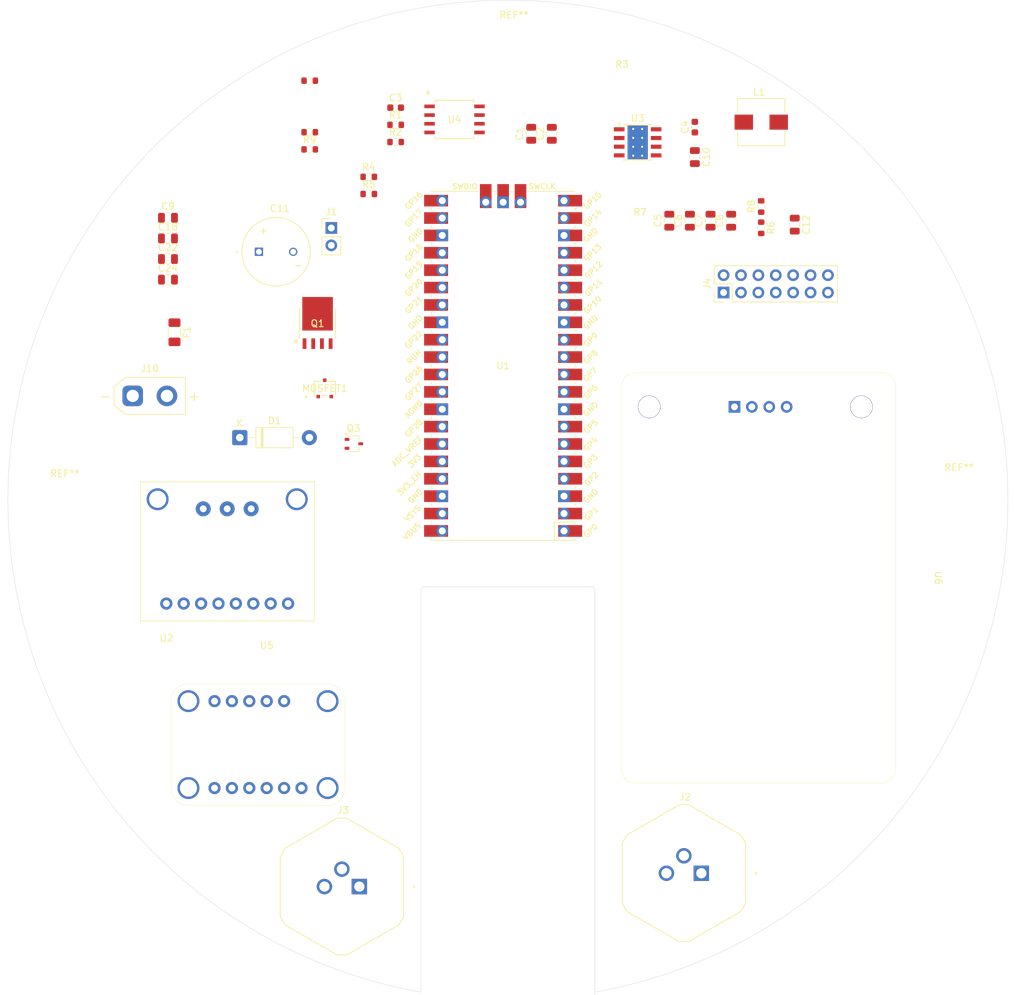
<source format=kicad_pcb>
(kicad_pcb (version 20241229) (generator "pcbnew") (generator_version "9.0")
  (layers (0 "F.Cu" signal) (2 "B.Cu" signal) (13 "F.Paste" user) (15 "B.Paste" user) (5 "F.SilkS" user "F.Silkscreen") (7 "B.SilkS" user "B.Silkscreen") (1 "F.Mask" user) (3 "B.Mask" user) (25 "Edge.Cuts" user))
  (net 0 "")
  (net 1 "GND")
  (net 2 "11.1V")
  (net 3 "+3.3V")
  (net 4 "Net-(U3-SW)")
  (net 5 "Net-(U3-BOOT)")
  (net 6 "+5V")
  (net 7 "Net-(C9-Pad2)")
  (net 8 "Net-(U3-VCC)")
  (net 9 "Net-(U3-FB)")
  (net 10 "Net-(J2-Pin_1)")
  (net 11 "Net-(D1-K)")
  (net 12 "Net-(J10-Pin_2)")
  (net 13 "Net-(J1-Pin_1)")
  (net 14 "Net-(J1-Pin_2)")
  (net 15 "Net-(J2-Pin_3)")
  (net 16 "Net-(J3-Pin_3)")
  (net 17 "/GPIO10 (SCK_TCIC)")
  (net 18 "/GPIO8 (MISO_TCIC)")
  (net 19 "/GPIO5 (CS_ADC)")
  (net 20 "/GPIO12 (CS (N2O)")
  (net 21 "/GPIO7 (MOSI_ADC)")
  (net 22 "/GPIO13 (CS Chamber Shell_2)")
  (net 23 "/GPIO4 (MISO_ADC)")
  (net 24 "/GPIO9 (CS Chamber Shell_1)")
  (net 25 "/GPIO6 (SCK_ADC)")
  (net 26 "Net-(MOSFET1-Pad1)")
  (net 27 "Net-(Q1-G)")
  (net 28 "/GPIO20 (LED_FET)")
  (net 29 "/GPIO0 (Servo_PWR_Switch)")
  (net 30 "/GPIO17 (CS)")
  (net 31 "/GPIO26 (IMU_SDA)")
  (net 32 "/GPIO19 (MOSI)")
  (net 34 "/GPIO18 (SCK)")
  (net 36 "/GPIO27 (IMU_SCL)")
  (net 39 "/GPIO16 (MISO)")
  (net 43 "/GPIO0 (UART_TX)")
  (net 45 "/GPIO1 (UART_RX)")
  (net 46 "/GPIO12 (CS (N2O))")
  (net 47 "/GPIO15_(SCL_INA237)")
  (net 49 "/GPIO14_(SDA_INA237)")
  (net 67 "Net-(Q3-B)")
  (footprint "Capacitor_SMD:C_0805_2012Metric" (layer "F.Cu") (at 101.55 55)
    (property "Reference" "C22" (at 0 -1.68 0) (layer "F.SilkS"))
    (property "Value" "10u")
    (pad "1" smd roundrect (at -0.95 0) (size 1 1.45) (layers "F.Cu" "F.Mask" "F.Paste") (net 10 "Net-(J2-Pin_1)"))
    (pad "2" smd roundrect (at 0.95 0) (size 1 1.45) (layers "F.Cu" "F.Mask" "F.Paste") (net 1 "GND"))
  )
  (footprint "Fuse:Fuse_1206_3216Metric" (layer "F.Cu") (at 102.5 65.7 -90)
    (property "Reference" "F1" (at 0 -1.83 90) (layer "F.SilkS"))
    (property "Value" "Fuse")
    (pad "1" smd roundrect (at -1.4 0 270) (size 1.25 1.75) (layers "F.Cu" "F.Mask" "F.Paste") (roundrect_rratio 0.2) (net 7 "Net-(C9-Pad2)"))
    (pad "2" smd roundrect (at 1.4 0 270) (size 1.25 1.75) (layers "F.Cu" "F.Mask" "F.Paste") (roundrect_rratio 0.2) (net 12 "Net-(J10-Pin_2)"))
  )
  (footprint "Resistor_SMD:R_0603_1608Metric" (layer "F.Cu") (at 130.875 42.99)
    (property "Reference" "R4" (at 0 -1.43 0) (layer "F.SilkS"))
    (property "Value" "100")
    (pad "1" smd roundrect (at -0.825 0) (size 0.8 0.95) (layers "F.Cu" "F.Mask" "F.Paste") (net 28 "/GPIO20 (LED_FET)"))
    (pad "2" smd roundrect (at 0.825 0) (size 0.8 0.95) (layers "F.Cu" "F.Mask" "F.Paste") (net 26 "Net-(MOSFET1-Pad1)"))
  )
  (footprint "EEUFC1H151B:CAPPRD500W60D1000H1600" (layer "F.Cu") (at 117.3379 53.9437)
    (property "Reference" "C11" (at 0.55 -6.335 0) (layer "F.SilkS"))
    (property "Value" "150u")
    (fp_text user "-" (at 2.54 2.54 0) (layer "F.SilkS") (effects (justify left bottom)))
    (fp_text user "+" (at -2.54 -2.54 0) (layer "F.SilkS") (effects (justify left bottom)))
    (pad "1" thru_hole rect (at -2.5 0) (size 1.2 1.2) (drill 0.85) (layers "*.Cu" "*.Mask") (net 2 "11.1V"))
    (pad "2" thru_hole circle (at 2.5 0) (size 1.2 1.2) (drill 0.85) (layers "*.Cu" "*.Mask") (net 1 "GND"))
  )
  (footprint "BUK6Y33-60PX:LFPAK_SOT669_NEX" (layer "F.Cu") (at 123.4 64.4224)
    (property "Reference" "Q1" (at 0 0 0) (layer "F.SilkS"))
    (property "Value" "BUK6Y33-60PX")
    (fp_text user "*" (at -3.175 2.9464 0) (layer "F.SilkS"))
    (fp_text user "*" (at -3.175 2.9464 0) (layer "F.SilkS"))
    (pad "1" smd rect (at -1.905 2.9464) (size 0.5588 1.5494) (layers "F.Cu" "F.Mask" "F.Paste") (net 2 "11.1V"))
    (pad "2" smd rect (at -0.635 2.9464) (size 0.5588 1.5494) (layers "F.Cu" "F.Mask" "F.Paste") (net 2 "11.1V"))
    (pad "3" smd rect (at 0.635 2.9464) (size 0.5588 1.5494) (layers "F.Cu" "F.Mask" "F.Paste") (net 2 "11.1V"))
    (pad "4" smd rect (at 1.905 2.9464) (size 0.5588 1.5494) (layers "F.Cu" "F.Mask" "F.Paste") (net 27 "Net-(Q1-G)"))
    (pad "5" smd rect (at 0 -1.4224) (size 4.4704 4.9022) (layers "F.Cu" "F.Mask" "F.Paste") (net 10 "Net-(J2-Pin_1)"))
  )
  (footprint "Capacitor_SMD:C_0805_2012Metric" (layer "F.Cu") (at 180.79 49.4 90)
    (property "Reference" "C7" (at 0 -1.68 90) (layer "F.SilkS"))
    (property "Value" "22 uF")
    (pad "1" smd roundrect (at -0.95 0 90) (size 1 1.45) (layers "F.Cu" "F.Mask" "F.Paste") (net 6 "+5V"))
    (pad "2" smd roundrect (at 0.95 0 90) (size 1 1.45) (layers "F.Cu" "F.Mask" "F.Paste") (net 1 "GND"))
  )
  (footprint "Capacitor_SMD:C_0805_2012Metric" (layer "F.Cu") (at 174.77 49.4 90)
    (property "Reference" "C5" (at 0 -1.68 90) (layer "F.SilkS"))
    (property "Value" "22 uF")
    (pad "1" smd roundrect (at -0.95 0 90) (size 1 1.45) (layers "F.Cu" "F.Mask" "F.Paste") (net 6 "+5V"))
    (pad "2" smd roundrect (at 0.95 0 90) (size 1 1.45) (layers "F.Cu" "F.Mask" "F.Paste") (net 1 "GND"))
  )
  (footprint "Resistor_SMD:R_0603_1608Metric" (layer "F.Cu") (at 130.875 45.5)
    (property "Reference" "R5" (at 0 -1.43 0) (layer "F.SilkS"))
    (property "Value" "1k")
    (pad "1" smd roundrect (at -0.825 0) (size 0.8 0.95) (layers "F.Cu" "F.Mask" "F.Paste") (net 13 "Net-(J1-Pin_1)"))
    (pad "2" smd roundrect (at 0.825 0) (size 0.8 0.95) (layers "F.Cu" "F.Mask" "F.Paste") (net 2 "11.1V"))
  )
  (footprint "Capacitor_SMD:C_0805_2012Metric" (layer "F.Cu") (at 101.55 51.99)
    (property "Reference" "C18" (at 0 -1.68 0) (layer "F.SilkS"))
    (property "Value" "10u")
    (pad "1" smd roundrect (at -0.95 0) (size 1 1.45) (layers "F.Cu" "F.Mask" "F.Paste") (net 10 "Net-(J2-Pin_1)"))
    (pad "2" smd roundrect (at 0.95 0) (size 1 1.45) (layers "F.Cu" "F.Mask" "F.Paste") (net 1 "GND"))
  )
  (footprint "Capacitor_SMD:C_0805_2012Metric" (layer "F.Cu") (at 101.55 58.01)
    (property "Reference" "C24" (at 0 -1.68 0) (layer "F.SilkS"))
    (property "Value" "10u")
    (pad "1" smd roundrect (at -0.95 0) (size 1 1.45) (layers "F.Cu" "F.Mask" "F.Paste") (net 11 "Net-(D1-K)"))
    (pad "2" smd roundrect (at 0.95 0) (size 1 1.45) (layers "F.Cu" "F.Mask" "F.Paste") (net 1 "GND"))
  )
  (footprint "Capacitor_SMD:C_0805_2012Metric" (layer "F.Cu") (at 178.5 40.1 -90)
    (property "Reference" "C10" (at 0 -1.68 90) (layer "F.SilkS"))
    (property "Value" "1u")
    (pad "1" smd roundrect (at -0.95 0 270) (size 1 1.45) (layers "F.Cu" "F.Mask" "F.Paste") (net 8 "Net-(U3-VCC)"))
    (pad "2" smd roundrect (at 0.95 0 270) (size 1 1.45) (layers "F.Cu" "F.Mask" "F.Paste") (net 1 "GND"))
  )
  (footprint "54-00440:TENSILITY_54-00440" (layer "F.Cu") (at 126.95 146.7)
    (property "Reference" "J3" (at 0.175 -11.135 0) (layer "F.SilkS"))
    (property "Value" "Fuel Main")
    (pad "1" thru_hole rect (at 2.55 0) (size 2.25 2.25) (drill 1.5) (layers "*.Cu" "*.Mask") (net 10 "Net-(J2-Pin_1)"))
    (pad "2" thru_hole circle (at 0 -2.55) (size 2.25 2.25) (drill 1.5) (layers "*.Cu" "*.Mask") (net 1 "GND"))
    (pad "3" thru_hole circle (at -2.55 0) (size 2.25 2.25) (drill 1.5) (layers "*.Cu" "*.Mask") (net 16 "Net-(J3-Pin_3)"))
  )
  (footprint "SSM3K2615R_LF:SOT-23F_TOS" (layer "F.Cu") (at 124.449999 73.9062)
    (property "Reference" "MOSFET1" (at 0 0 0) (layer "F.SilkS"))
    (property "Value" "SSM3K2615R_LF")
    (pad "1" smd rect (at -0.950001 1.1938) (size 0.508 0.508) (layers "F.Cu" "F.Mask" "F.Paste") (net 26 "Net-(MOSFET1-Pad1)"))
    (pad "2" smd rect (at 0.950001 1.1938) (size 0.508 0.508) (layers "F.Cu" "F.Mask" "F.Paste") (net 1 "GND"))
    (pad "3" smd rect (at 0 -1.1938) (size 0.508 0.508) (layers "F.Cu" "F.Mask" "F.Paste") (net 14 "Net-(J1-Pin_2)"))
  )
  (footprint "MountingHole:MountingHole_3.2mm_M3" (layer "F.Cu") (at 152.1 23.5)
    (property "Reference" "REF**" (at 0 -4.15 0) (layer "F.SilkS"))
    (property "Value" "MountingHole_3.2mm_M3")
    (pad "" np_thru_hole circle (at 0 0) (size 3.2 3.2) (drill 3.2) (layers "*.Cu" "*.Mask"))
  )
  (footprint "Resistor_SMD:R_0603_1608Metric" (layer "F.Cu") (at 134.8 37.9)
    (property "Reference" "R2" (at 0 -1.43 0) (layer "F.SilkS"))
    (property "Value" "10K")
    (pad "1" smd roundrect (at -0.825 0) (size 0.8 0.95) (layers "F.Cu" "F.Mask" "F.Paste") (net 26 "Net-(MOSFET1-Pad1)"))
    (pad "2" smd roundrect (at 0.825 0) (size 0.8 0.95) (layers "F.Cu" "F.Mask" "F.Paste") (net 1 "GND"))
  )
  (footprint "Capacitor_SMD:C_0805_2012Metric" (layer "F.Cu") (at 154.6 36.7 90)
    (property "Reference" "C1" (at 0 -1.68 90) (layer "F.SilkS"))
    (property "Value" "10u")
    (pad "1" smd roundrect (at -0.95 0 90) (size 1 1.45) (layers "F.Cu" "F.Mask" "F.Paste") (net 2 "11.1V"))
    (pad "2" smd roundrect (at 0.95 0 90) (size 1 1.45) (layers "F.Cu" "F.Mask" "F.Paste") (net 1 "GND"))
  )
  (footprint "Capacitor_SMD:C_0805_2012Metric" (layer "F.Cu") (at 183.8 49.4 90)
    (property "Reference" "C8" (at 0 -1.68 90) (layer "F.SilkS"))
    (property "Value" "22 uF")
    (pad "1" smd roundrect (at -0.95 0 90) (size 1 1.45) (layers "F.Cu" "F.Mask" "F.Paste") (net 6 "+5V"))
    (pad "2" smd roundrect (at 0.95 0 90) (size 1 1.45) (layers "F.Cu" "F.Mask" "F.Paste") (net 1 "GND"))
  )
  (footprint "Connector_AMASS:AMASS_XT30UPB-M_1x02_P5.0mm_Vertical" (layer "F.Cu") (at 96.4 75)
    (property "Reference" "J10" (at 2.5 -4 0) (layer "F.SilkS"))
    (property "Value" "Conn_01x02")
    (fp_text user "-" (at -4 0 0) (layer "F.SilkS") (effects (font (size 1.5 1.5))))
    (fp_text user "+" (at 9 0 0) (layer "F.SilkS") (effects (font (size 1.5 1.5))))
    (pad "1" thru_hole roundrect (at 0 0) (size 3 3) (drill 1.8) (layers "*.Cu" "*.Mask") (net 1 "GND"))
    (pad "2" thru_hole circle (at 5 0) (size 3 3) (drill 1.8) (layers "*.Cu" "*.Mask") (net 12 "Net-(J10-Pin_2)"))
  )
  (footprint "MountingHole:MountingHole_3.2mm_M3" (layer "F.Cu") (at 217.1 89.6)
    (property "Reference" "REF**" (at 0 -4.15 0) (layer "F.SilkS"))
    (property "Value" "MountingHole_3.2mm_M3")
    (pad "" np_thru_hole circle (at 0 0) (size 3.2 3.2) (drill 3.2) (layers "*.Cu" "*.Mask"))
  )
  (footprint "Connector_PinHeader_2.54mm:PinHeader_1x02_P2.54mm_Vertical" (layer "F.Cu") (at 125.4029 50.4637)
    (property "Reference" "J1" (at 0 -2.38 0) (layer "F.SilkS"))
    (property "Value" "LED Indicator Connector")
    (pad "1" thru_hole rect (at 0 0) (size 1.7 1.7) (drill 1) (layers "*.Cu" "*.Mask") (net 13 "Net-(J1-Pin_1)"))
    (pad "2" thru_hole circle (at 0 2.54) (size 1.7 1.7) (drill 1) (layers "*.Cu" "*.Mask") (net 14 "Net-(J1-Pin_2)"))
  )
  (footprint "CSBX0650-6R8M:IND_CSBX0650-6R8M" (layer "F.Cu") (at 188.2 35)
    (property "Reference" "L1" (at -0.325 -4.385 0) (layer "F.SilkS"))
    (property "Value" "6.8 uH")
    (pad "1" smd rect (at -2.55 0) (size 2.7 2.2) (layers "F.Cu" "F.Mask" "F.Paste") (net 4 "Net-(U3-SW)"))
    (pad "2" smd rect (at 2.55 0) (size 2.7 2.2) (layers "F.Cu" "F.Mask" "F.Paste") (net 6 "+5V"))
  )
  (footprint "Diode_THT:D_DO-41_SOD81_P10.16mm_Horizontal" (layer "F.Cu") (at 112.04 81.1)
    (property "Reference" "D1" (at 5.08 -2.47 0) (layer "F.SilkS"))
    (property "Value" "1N5817")
    (fp_text user "K" (at 0 -2.1 0) (layer "F.SilkS"))
    (pad "1" thru_hole roundrect (at 0 0) (size 2.2 2.2) (drill 1.1) (layers "*.Cu" "*.Mask") (roundrect_rratio 0.113636) (net 11 "Net-(D1-K)"))
    (pad "2" thru_hole circle (at 10.16 0) (size 2.2 2.2) (drill 1.1) (layers "*.Cu" "*.Mask") (net 6 "+5V"))
  )
  (footprint "Resistor_SMD:R_0603_1608Metric" (layer "F.Cu") (at 134.8 35.39)
    (property "Reference" "R1" (at 0 -1.43 0) (layer "F.SilkS"))
    (property "Value" "10K")
    (pad "1" smd roundrect (at -0.825 0) (size 0.8 0.95) (layers "F.Cu" "F.Mask" "F.Paste") (net 16 "Net-(J3-Pin_3)"))
    (pad "2" smd roundrect (at 0.825 0) (size 0.8 0.95) (layers "F.Cu" "F.Mask" "F.Paste") (net 1 "GND"))
  )
  (footprint "Resistor_SMD:R_0603_1608Metric" (layer "F.Cu") (at 122.25 36.47)
    (property "Reference" "R7" (at 48.245 11.695 0) (layer "F.SilkS"))
    (property "Value" "10K")
    (pad "1" smd roundrect (at -0.825 0) (size 0.8 0.95) (layers "F.Cu" "F.Mask" "F.Paste") (net 67 "Net-(Q3-B)"))
    (pad "2" smd roundrect (at 0.825 0) (size 0.8 0.95) (layers "F.Cu" "F.Mask" "F.Paste") (net 29 "/GPIO0 (Servo_PWR_Switch)"))
  )
  (footprint "Package_SO:Texas_HSOP-8-1EP_3.9x4.9mm_P1.27mm_ThermalVias" (layer "F.Cu") (at 170.15 37.95)
    (property "Reference" "U3" (at 0 -3.5 0) (layer "F.SilkS"))
    (property "Value" "LMR33640ADDAR")
    (pad "1" smd rect (at -2.7 -1.905) (size 1.55 0.6) (layers "F.Cu" "F.Mask" "F.Paste") (net 1 "GND"))
    (pad "2" smd rect (at -2.7 -0.635) (size 1.55 0.6) (layers "F.Cu" "F.Mask" "F.Paste") (net 2 "11.1V"))
    (pad "3" smd rect (at -2.7 0.635) (size 1.55 0.6) (layers "F.Cu" "F.Mask" "F.Paste") (net 2 "11.1V"))
    (pad "4" smd rect (at -2.7 1.905) (size 1.55 0.6) (layers "F.Cu" "F.Mask" "F.Paste"))
    (pad "5" smd rect (at 2.7 1.905) (size 1.55 0.6) (layers "F.Cu" "F.Mask" "F.Paste") (net 9 "Net-(U3-FB)"))
    (pad "6" smd rect (at 2.7 0.635) (size 1.55 0.6) (layers "F.Cu" "F.Mask" "F.Paste") (net 8 "Net-(U3-VCC)"))
    (pad "7" smd rect (at 2.7 -0.635) (size 1.55 0.6) (layers "F.Cu" "F.Mask" "F.Paste") (net 5 "Net-(U3-BOOT)"))
    (pad "8" smd rect (at 2.7 -1.905) (size 1.55 0.6) (layers "F.Cu" "F.Mask" "F.Paste") (net 4 "Net-(U3-SW)"))
    (pad "9" thru_hole circle (at -0.65 -1.95) (size 0.6 0.6) (drill 0.3) (layers "*.Cu") (net 1 "GND"))
    (pad "9" thru_hole circle (at -0.65 -0.65) (size 0.6 0.6) (drill 0.3) (layers "*.Cu") (net 1 "GND"))
    (pad "9" thru_hole circle (at -0.65 0.65) (size 0.6 0.6) (drill 0.3) (layers "*.Cu") (net 1 "GND"))
    (pad "9" thru_hole circle (at -0.65 1.95) (size 0.6 0.6) (drill 0.3) (layers "*.Cu") (net 1 "GND"))
    (pad "9" smd rect (at 0 0) (size 2.95 4.9) (layers "F.Cu") (net 1 "GND"))
    (pad "9" smd rect (at 0 0) (size 2.95 4.9) (layers "B.Cu") (net 1 "GND"))
    (pad "9" thru_hole circle (at 0.65 -1.95) (size 0.6 0.6) (drill 0.3) (layers "*.Cu") (net 1 "GND"))
    (pad "9" thru_hole circle (at 0.65 -0.65) (size 0.6 0.6) (drill 0.3) (layers "*.Cu") (net 1 "GND"))
    (pad "9" thru_hole circle (at 0.65 0.65) (size 0.6 0.6) (drill 0.3) (layers "*.Cu") (net 1 "GND"))
    (pad "9" thru_hole circle (at 0.65 1.95) (size 0.6 0.6) (drill 0.3) (layers "*.Cu") (net 1 "GND"))
  )
  (footprint "Capacitor_SMD:C_0805_2012Metric" (layer "F.Cu") (at 157.61 36.7 90)
    (property "Reference" "C2" (at 0 -1.68 90) (layer "F.SilkS"))
    (property "Value" "220n")
    (pad "1" smd roundrect (at -0.95 0 90) (size 1 1.45) (layers "F.Cu" "F.Mask" "F.Paste") (net 2 "11.1V"))
    (pad "2" smd roundrect (at 0.95 0 90) (size 1 1.45) (layers "F.Cu" "F.Mask" "F.Paste") (net 1 "GND"))
  )
  (footprint "Package_TO_SOT_SMD:SOT-323_SC-70" (layer "F.Cu") (at 128.7 82)
    (property "Reference" "Q3" (at -0.05 -2.25 0) (layer "F.SilkS"))
    (property "Value" "Q_NPN")
    (pad "1" smd roundrect (at -1 -0.65 270) (size 0.45 0.7) (layers "F.Cu" "F.Mask" "F.Paste") (net 67 "Net-(Q3-B)"))
    (pad "2" smd roundrect (at -1 0.65 270) (size 0.45 0.7) (layers "F.Cu" "F.Mask" "F.Paste") (net 1 "GND"))
    (pad "3" smd roundrect (at 1 0 270) (size 0.45 0.7) (layers "F.Cu" "F.Mask" "F.Paste") (net 27 "Net-(Q1-G)"))
  )
  (footprint "54-00440:TENSILITY_54-00440" (layer "F.Cu") (at 176.9 144.75)
    (property "Reference" "J2" (at 0.175 -11.135 0) (layer "F.SilkS"))
    (property "Value" "Ox Main")
    (pad "1" thru_hole rect (at 2.55 0) (size 2.25 2.25) (drill 1.5) (layers "*.Cu" "*.Mask") (net 10 "Net-(J2-Pin_1)"))
    (pad "2" thru_hole circle (at 0 -2.55) (size 2.25 2.25) (drill 1.5) (layers "*.Cu" "*.Mask") (net 1 "GND"))
    (pad "3" thru_hole circle (at -2.55 0) (size 2.25 2.25) (drill 1.5) (layers "*.Cu" "*.Mask") (net 15 "Net-(J2-Pin_3)"))
  )
  (footprint "Resistor_SMD:R_0603_1608Metric" (layer "F.Cu") (at 188.19 47.325 90)
    (property "Reference" "R8" (at 0 -1.43 90) (layer "F.SilkS"))
    (property "Value" "24.9K")
    (pad "1" smd roundrect (at -0.825 0 90) (size 0.8 0.95) (layers "F.Cu" "F.Mask" "F.Paste") (net 9 "Net-(U3-FB)"))
    (pad "2" smd roundrect (at 0.825 0 90) (size 0.8 0.95) (layers "F.Cu" "F.Mask" "F.Paste") (net 1 "GND"))
  )
  (footprint "Resistor_SMD:R_0603_1608Metric" (layer "F.Cu") (at 122.25 28.94)
    (property "Reference" "R3" (at 45.62 -2.395 0) (layer "F.SilkS"))
    (property "Value" "10K")
    (pad "1" smd roundrect (at -0.825 0) (size 0.8 0.95) (layers "F.Cu" "F.Mask" "F.Paste") (net 15 "Net-(J2-Pin_3)"))
    (pad "2" smd roundrect (at 0.825 0) (size 0.8 0.95) (layers "F.Cu" "F.Mask" "F.Paste") (net 1 "GND"))
  )
  (footprint "INA_238:INA238_MODULE" (layer "F.Cu") (at 101.3354 105.317043 90)
    (property "Reference" "U2" (at -5.08 0 0) (layer "F.SilkS"))
    (property "Value" "INA_237" (hide yes))
    (pad "" np_thru_hole circle (at 15.214043 -1.2954) (size 3.2 3.2) (drill 2.5) (layers "*.Cu" "*.Mask"))
    (pad "" np_thru_hole circle (at 15.214043 19.0246) (size 3.2 3.2) (drill 2.5) (layers "*.Cu" "*.Mask"))
    (pad "1" thru_hole circle (at 13.817043 5.3646 180) (size 2.1844 2.1844) (drill 1) (layers "*.Cu" "*.Mask") (net 7 "Net-(C9-Pad2)"))
    (pad "2" thru_hole circle (at 13.817043 8.8646 180) (size 2.1844 2.1844) (drill 1) (layers "*.Cu" "*.Mask"))
    (pad "3" thru_hole circle (at 13.817043 12.3646 180) (size 2.1844 2.1844) (drill 1) (layers "*.Cu" "*.Mask") (net 2 "11.1V"))
    (pad "4" thru_hole circle (at -0.025957 17.7546 90) (size 1.778 1.778) (drill 1) (layers "*.Cu" "*.Mask"))
    (pad "5" thru_hole circle (at -0.025957 15.2146 90) (size 1.778 1.778) (drill 1) (layers "*.Cu" "*.Mask"))
    (pad "6" thru_hole circle (at -0.025957 12.6746 90) (size 1.778 1.778) (drill 1) (layers "*.Cu" "*.Mask"))
    (pad "7" thru_hole circle (at -0.025957 10.1346 90) (size 1.778 1.778) (drill 1) (layers "*.Cu" "*.Mask"))
    (pad "8" thru_hole circle (at -0.025957 7.5946 90) (size 1.778 1.778) (drill 1) (layers "*.Cu" "*.Mask") (net 49 "/GPIO14_(SDA_INA237)"))
    (pad "9" thru_hole circle (at -0.025957 5.0546 90) (size 1.778 1.778) (drill 1) (layers "*.Cu" "*.Mask") (net 47 "/GPIO15_(SCL_INA237)"))
    (pad "10" thru_hole circle (at -0.025957 2.5146 90) (size 1.778 1.778) (drill 1) (layers "*.Cu" "*.Mask") (net 1 "GND"))
    (pad "11" thru_hole circle (at -0.025957 -0.0254 90) (size 1.778 1.778) (drill 1) (layers "*.Cu" "*.Mask") (net 3 "+3.3V"))
  )
  (footprint "Capacitor_SMD:C_0603_1608Metric" (layer "F.Cu") (at 178.5 35.725 90)
    (property "Reference" "C4" (at 0 -1.43 90) (layer "F.SilkS"))
    (property "Value" "100n")
    (pad "1" smd roundrect (at -0.775 0 90) (size 0.9 0.95) (layers "F.Cu" "F.Mask" "F.Paste") (net 5 "Net-(U3-BOOT)"))
    (pad "2" smd roundrect (at 0.775 0 90) (size 0.9 0.95) (layers "F.Cu" "F.Mask" "F.Paste") (net 4 "Net-(U3-SW)"))
  )
  (footprint "Capacitor_SMD:C_0603_1608Metric" (layer "F.Cu") (at 134.8 32.88)
    (property "Reference" "C3" (at 0 -1.43 0) (layer "F.SilkS"))
    (property "Value" "100n")
    (pad "1" smd roundrect (at -0.775 0) (size 0.9 0.95) (layers "F.Cu" "F.Mask" "F.Paste") (net 1 "GND"))
    (pad "2" smd roundrect (at 0.775 0) (size 0.9 0.95) (layers "F.Cu" "F.Mask" "F.Paste") (net 3 "+3.3V"))
  )
  (footprint "W25Q128JVSIQ:SOIC_128JVSIQ_WIN" (layer "F.Cu") (at 143.4 34.6)
    (property "Reference" "U4" (at 0 0 0) (layer "F.SilkS"))
    (property "Value" "W25Q128JVSIQ")
    (fp_text user "*" (at -3.8989 -3.5814 0) (layer "F.SilkS"))
    (fp_text user "*" (at -3.8989 -3.5814 0) (layer "F.SilkS"))
    (pad "1" smd rect (at -3.6449 -1.905) (size 1.524 0.5334) (layers "F.Cu" "F.Mask" "F.Paste") (net 30 "/GPIO17 (CS)"))
    (pad "2" smd rect (at -3.6449 -0.635) (size 1.524 0.5334) (layers "F.Cu" "F.Mask" "F.Paste") (net 39 "/GPIO16 (MISO)"))
    (pad "3" smd rect (at -3.6449 0.635) (size 1.524 0.5334) (layers "F.Cu" "F.Mask" "F.Paste") (net 3 "+3.3V"))
    (pad "4" smd rect (at -3.6449 1.905) (size 1.524 0.5334) (layers "F.Cu" "F.Mask" "F.Paste") (net 1 "GND"))
    (pad "5" smd rect (at 3.6449 1.905) (size 1.524 0.5334) (layers "F.Cu" "F.Mask" "F.Paste") (net 32 "/GPIO19 (MOSI)"))
    (pad "6" smd rect (at 3.6449 0.635) (size 1.524 0.5334) (layers "F.Cu" "F.Mask" "F.Paste") (net 34 "/GPIO18 (SCK)"))
    (pad "7" smd rect (at 3.6449 -0.635) (size 1.524 0.5334) (layers "F.Cu" "F.Mask" "F.Paste") (net 3 "+3.3V"))
    (pad "8" smd rect (at 3.6449 -1.905) (size 1.524 0.5334) (layers "F.Cu" "F.Mask" "F.Paste") (net 3 "+3.3V"))
  )
  (footprint "XBee_HAT:XBee-HAT" (layer "F.Cu") (at 213.5475 101.6 -90)
    (property "Reference" "U6" (at 0 -0.5 270) (layer "F.SilkS"))
    (property "Value" "XBee_HAT")
    (pad "" np_thru_hole circle (at -25 10.72) (size 3.2766 3.2766) (drill 3.2) (layers "*.Cu" "*.Mask"))
    (pad "" np_thru_hole circle (at -25 41.72) (size 3.2766 3.2766) (drill 3.2) (layers "*.Cu" "*.Mask"))
    (pad "1" thru_hole rect (at -25 29.26 90) (size 1.7 1.7) (drill 1) (layers "*.Cu" "*.Mask") (net 6 "+5V"))
    (pad "2" thru_hole circle (at -25 26.72 90) (size 1.7 1.7) (drill 1) (layers "*.Cu" "*.Mask") (net 43 "/GPIO0 (UART_TX)"))
    (pad "3" thru_hole circle (at -25 24.18 90) (size 1.7 1.7) (drill 1) (layers "*.Cu" "*.Mask") (net 45 "/GPIO1 (UART_RX)"))
    (pad "4" thru_hole circle (at -25 21.64 90) (size 1.7 1.7) (drill 1) (layers "*.Cu" "*.Mask") (net 1 "GND"))
  )
  (footprint "Adafruit_LSM6DSOX+LIS3MDL:Adafruit_LSM6DSOX+LIS3MDL" (layer "F.Cu") (at 115.97 111.9825)
    (property "Reference" "U5" (at 0 -0.5 0) (layer "F.SilkS"))
    (property "Value" "Adafruit LSM6DSOX + LIS3MDL" (hide yes))
    (pad "" np_thru_hole circle (at -11.43 7.62) (size 3.2 3.2) (drill 2.5) (layers "*.Cu" "*.Mask"))
    (pad "" np_thru_hole circle (at -11.43 20.32) (size 3.2 3.2) (drill 2.5) (layers "*.Cu" "*.Mask"))
    (pad "" np_thru_hole circle (at 8.89 7.62) (size 3.2 3.2) (drill 2.5) (layers "*.Cu" "*.Mask"))
    (pad "" np_thru_hole circle (at 8.89 20.32) (size 3.2 3.2) (drill 2.5) (layers "*.Cu" "*.Mask"))
    (pad "1" thru_hole circle (at -7.62 20.32 90) (size 1.778 1.778) (drill 1) (layers "*.Cu" "*.Mask") (net 3 "+3.3V"))
    (pad "2" thru_hole circle (at -5.08 20.32 90) (size 1.778 1.778) (drill 1) (layers "*.Cu" "*.Mask"))
    (pad "3" thru_hole circle (at -2.54 20.32 90) (size 1.778 1.778) (drill 1) (layers "*.Cu" "*.Mask") (net 1 "GND"))
    (pad "4" thru_hole circle (at 0 20.32 90) (size 1.778 1.778) (drill 1) (layers "*.Cu" "*.Mask") (net 36 "/GPIO27 (IMU_SCL)"))
    (pad "5" thru_hole circle (at 2.54 20.32 90) (size 1.778 1.778) (drill 1) (layers "*.Cu" "*.Mask") (net 31 "/GPIO26 (IMU_SDA)"))
    (pad "6" thru_hole circle (at 5.08 20.32 90) (size 1.778 1.778) (drill 1) (layers "*.Cu" "*.Mask"))
    (pad "7" thru_hole circle (at 2.54 7.62 90) (size 1.778 1.778) (drill 1) (layers "*.Cu" "*.Mask"))
    (pad "8" thru_hole circle (at 0 7.62 90) (size 1.778 1.778) (drill 1) (layers "*.Cu" "*.Mask"))
    (pad "9" thru_hole circle (at -2.54 7.62 90) (size 1.778 1.778) (drill 1) (layers "*.Cu" "*.Mask"))
    (pad "10" thru_hole circle (at -5.08 7.62 90) (size 1.778 1.778) (drill 1) (layers "*.Cu" "*.Mask"))
    (pad "11" thru_hole circle (at -7.62 7.62 90) (size 1.778 1.778) (drill 1) (layers "*.Cu" "*.Mask"))
  )
  (footprint "Capacitor_SMD:C_0805_2012Metric" (layer "F.Cu") (at 177.78 49.4 90)
    (property "Reference" "C6" (at 0 -1.68 90) (layer "F.SilkS"))
    (property "Value" "22 uF")
    (pad "1" smd roundrect (at -0.95 0 90) (size 1 1.45) (layers "F.Cu" "F.Mask" "F.Paste") (net 6 "+5V"))
    (pad "2" smd roundrect (at 0.95 0 90) (size 1 1.45) (layers "F.Cu" "F.Mask" "F.Paste") (net 1 "GND"))
  )
  (footprint "Capacitor_SMD:C_0805_2012Metric" (layer "F.Cu") (at 193.09 49.975 -90)
    (property "Reference" "C12" (at 0 -1.68 90) (layer "F.SilkS"))
    (property "Value" "DNP")
    (pad "1" smd roundrect (at -0.95 0 270) (size 1 1.45) (layers "F.Cu" "F.Mask" "F.Paste") (net 9 "Net-(U3-FB)"))
    (pad "2" smd roundrect (at 0.95 0 270) (size 1 1.45) (layers "F.Cu" "F.Mask" "F.Paste") (net 6 "+5V"))
  )
  (footprint "Resistor_SMD:R_0603_1608Metric" (layer "F.Cu") (at 188.19 50.435 -90)
    (property "Reference" "R6" (at 0 -1.43 90) (layer "F.SilkS"))
    (property "Value" "100K")
    (pad "1" smd roundrect (at -0.825 0 270) (size 0.8 0.95) (layers "F.Cu" "F.Mask" "F.Paste") (net 9 "Net-(U3-FB)"))
    (pad "2" smd roundrect (at 0.825 0 270) (size 0.8 0.95) (layers "F.Cu" "F.Mask" "F.Paste") (net 6 "+5V"))
  )
  (footprint "Resistor_SMD:R_0603_1608Metric" (layer "F.Cu") (at 122.25 38.98)
    (property "Reference" "R9" (at 0 -1.43 0) (layer "F.SilkS"))
    (property "Value" "10K")
    (pad "1" smd roundrect (at -0.825 0) (size 0.8 0.95) (layers "F.Cu" "F.Mask" "F.Paste") (net 2 "11.1V"))
    (pad "2" smd roundrect (at 0.825 0) (size 0.8 0.95) (layers "F.Cu" "F.Mask" "F.Paste") (net 27 "Net-(Q1-G)"))
  )
  (footprint "Capacitor_SMD:C_0805_2012Metric" (layer "F.Cu") (at 101.55 48.98)
    (property "Reference" "C9" (at 0 -1.68 0) (layer "F.SilkS"))
    (property "Value" "220n")
    (pad "1" smd roundrect (at -0.95 0) (size 1 1.45) (layers "F.Cu" "F.Mask" "F.Paste") (net 2 "11.1V"))
    (pad "2" smd roundrect (at 0.95 0) (size 1 1.45) (layers "F.Cu" "F.Mask" "F.Paste") (net 7 "Net-(C9-Pad2)"))
  )
  (footprint "MountingHole:MountingHole_3.2mm_M3" (layer "F.Cu") (at 86.5 90.5)
    (property "Reference" "REF**" (at 0 -4.15 0) (layer "F.SilkS"))
    (property "Value" "MountingHole_3.2mm_M3")
    (pad "" np_thru_hole circle (at 0 0) (size 3.2 3.2) (drill 3.2) (layers "*.Cu" "*.Mask"))
  )
  (footprint "PiPico:RPi_Pico_SMD_TH" (layer "F.Cu") (at 150.5 70.6 180)
    (property "Reference" "U1" (at 0 0 0) (layer "F.SilkS"))
    (property "Value" "Pico")
    (fp_text user "GP16" (at 13.054 24.13 45) (layer "F.SilkS") (effects (font (size 0.8 0.8))))
    (fp_text user "GP27" (at 13.054 -3.8 45) (layer "F.SilkS") (effects (font (size 0.8 0.8))))
    (fp_text user "GP20" (at 13.054 11.43 45) (layer "F.SilkS") (effects (font (size 0.8 0.8))))
    (fp_text user "VSYS" (at 13.2 -21.59 45) (layer "F.SilkS") (effects (font (size 0.8 0.8))))
    (fp_text user "AGND" (at 13.054 -6.35 45) (layer "F.SilkS") (effects (font (size 0.8 0.8))))
    (fp_text user "GP15" (at -13.054 24.13 45) (layer "F.SilkS") (effects (font (size 0.8 0.8))))
    (fp_text user "SWCLK" (at -5.7 26.2 0) (layer "F.SilkS") (effects (font (size 0.8 0.8))))
    (fp_text user "GP1" (at -12.9 -21.6 45) (layer "F.SilkS") (effects (font (size 0.8 0.8))))
    (fp_text user "RUN" (at 13 1.27 45) (layer "F.SilkS") (effects (font (size 0.8 0.8))))
    (fp_text user "GP0" (at -12.8 -24.13 45) (layer "F.SilkS") (effects (font (size 0.8 0.8))))
    (fp_text user "3V3_EN" (at 13.7 -17.2 45) (layer "F.SilkS") (effects (font (size 0.8 0.8))))
    (fp_text user "GP7" (at -12.7 -1.3 45) (layer "F.SilkS") (effects (font (size 0.8 0.8))))
    (fp_text user "GP8" (at -12.8 1.27 45) (layer "F.SilkS") (effects (font (size 0.8 0.8))))
    (fp_text user "ADC_VREF" (at 14 -12.5 45) (layer "F.SilkS") (effects (font (size 0.8 0.8))))
    (fp_text user "GP19" (at 13.054 13.97 45) (layer "F.SilkS") (effects (font (size 0.8 0.8))))
    (fp_text user "GP5" (at -12.8 -8.89 45) (layer "F.SilkS") (effects (font (size 0.8 0.8))))
    (fp_text user "GND" (at 12.8 19.05 45) (layer "F.SilkS") (effects (font (size 0.8 0.8))))
    (fp_text user "GP10" (at -13.054 8.89 45) (layer "F.SilkS") (effects (font (size 0.8 0.8))))
    (fp_text user "GP2" (at -12.9 -16.51 45) (layer "F.SilkS") (effects (font (size 0.8 0.8))))
    (fp_text user "GP13" (at -13.054 16.51 45) (layer "F.SilkS") (effects (font (size 0.8 0.8))))
    (fp_text user "GND" (at 12.8 -19.05 45) (layer "F.SilkS") (effects (font (size 0.8 0.8))))
    (fp_text user "GP22" (at 13.054 3.81 45) (layer "F.SilkS") (effects (font (size 0.8 0.8))))
    (fp_text user "GP28" (at 13.054 -9.144 45) (layer "F.SilkS") (effects (font (size 0.8 0.8))))
    (fp_text user "SWDIO" (at 5.6 26.2 0) (layer "F.SilkS") (effects (font (size 0.8 0.8))))
    (fp_text user "GP14" (at -13.1 21.59 45) (layer "F.SilkS") (effects (font (size 0.8 0.8))))
    (fp_text user "3V3" (at 12.9 -13.9 45) (layer "F.SilkS") (effects (font (size 0.8 0.8))))
    (fp_text user "GP3" (at -12.8 -13.97 45) (layer "F.SilkS") (effects (font (size 0.8 0.8))))
    (fp_text user "GND" (at -12.8 -6.35 45) (layer "F.SilkS") (effects (font (size 0.8 0.8))))
    (fp_text user "GP9" (at -12.8 3.81 45) (layer "F.SilkS") (effects (font (size 0.8 0.8))))
    (fp_text user "GP17" (at 13.054 21.59 45) (layer "F.SilkS") (effects (font (size 0.8 0.8))))
    (fp_text user "GP26" (at 13.054 -1.27 45) (layer "F.SilkS") (effects (font (size 0.8 0.8))))
    (fp_text user "GND" (at -12.8 6.35 45) (layer "F.SilkS") (effects (font (size 0.8 0.8))))
    (fp_text user "GP6" (at -12.8 -3.81 45) (layer "F.SilkS") (effects (font (size 0.8 0.8))))
    (fp_text user "GND" (at -12.8 19.05 45) (layer "F.SilkS") (effects (font (size 0.8 0.8))))
    (fp_text user "VBUS" (at 13.3 -24.2 45) (layer "F.SilkS") (effects (font (size 0.8 0.8))))
    (fp_text user "GP11" (at -13.2 11.43 45) (layer "F.SilkS") (effects (font (size 0.8 0.8))))
    (fp_text user "GND" (at 12.8 6.35 45) (layer "F.SilkS") (effects (font (size 0.8 0.8))))
    (fp_text user "GP12" (at -13.2 13.97 45) (layer "F.SilkS") (effects (font (size 0.8 0.8))))
    (fp_text user "GND" (at -12.8 -19.05 45) (layer "F.SilkS") (effects (font (size 0.8 0.8))))
    (fp_text user "GP4" (at -12.8 -11.43 45) (layer "F.SilkS") (effects (font (size 0.8 0.8))))
    (fp_text user "GP18" (at 13.054 16.51 45) (layer "F.SilkS") (effects (font (size 0.8 0.8))))
    (fp_text user "GP21" (at 13.054 8.9 45) (layer "F.SilkS") (effects (font (size 0.8 0.8))))
    (pad "" np_thru_hole oval (at -2.725 -24 180) (size 1.8 1.8) (drill 1.8) (layers "*.Cu" "*.Mask"))
    (pad "" np_thru_hole oval (at -2.425 -20.97 180) (size 1.5 1.5) (drill 1.5) (layers "*.Cu" "*.Mask"))
    (pad "" np_thru_hole oval (at 2.425 -20.97 180) (size 1.5 1.5) (drill 1.5) (layers "*.Cu" "*.Mask"))
    (pad "" np_thru_hole oval (at 2.725 -24 180) (size 1.8 1.8) (drill 1.8) (layers "*.Cu" "*.Mask"))
    (pad "1" thru_hole oval (at -8.89 -24.13 180) (size 1.7 1.7) (drill 1.02) (layers "*.Cu" "*.Mask") (net 43 "/GPIO0 (UART_TX)"))
    (pad "1" smd rect (at -8.89 -24.13 180) (size 3.5 1.7) (drill (offset -0.9 0)) (layers "F.Cu" "F.Mask") (net 43 "/GPIO0 (UART_TX)"))
    (pad "2" thru_hole oval (at -8.89 -21.59 180) (size 1.7 1.7) (drill 1.02) (layers "*.Cu" "*.Mask") (net 45 "/GPIO1 (UART_RX)"))
    (pad "2" smd rect (at -8.89 -21.59 180) (size 3.5 1.7) (drill (offset -0.9 0)) (layers "F.Cu" "F.Mask") (net 45 "/GPIO1 (UART_RX)"))
    (pad "3" thru_hole rect (at -8.89 -19.05 180) (size 1.7 1.7) (drill 1.02) (layers "*.Cu" "*.Mask") (net 1 "GND"))
    (pad "3" smd rect (at -8.89 -19.05 180) (size 3.5 1.7) (drill (offset -0.9 0)) (layers "F.Cu" "F.Mask") (net 1 "GND"))
    (pad "4" thru_hole oval (at -8.89 -16.51 180) (size 1.7 1.7) (drill 1.02) (layers "*.Cu" "*.Mask") (net 29 "/GPIO0 (Servo_PWR_Switch)"))
    (pad "4" smd rect (at -8.89 -16.51 180) (size 3.5 1.7) (drill (offset -0.9 0)) (layers "F.Cu" "F.Mask") (net 29 "/GPIO0 (Servo_PWR_Switch)"))
    (pad "5" thru_hole oval (at -8.89 -13.97 180) (size 1.7 1.7) (drill 1.02) (layers "*.Cu" "*.Mask"))
    (pad "5" smd rect (at -8.89 -13.97 180) (size 3.5 1.7) (drill (offset -0.9 0)) (layers "F.Cu" "F.Mask"))
    (pad "6" thru_hole oval (at -8.89 -11.43 180) (size 1.7 1.7) (drill 1.02) (layers "*.Cu" "*.Mask") (net 23 "/GPIO4 (MISO_ADC)"))
    (pad "6" smd rect (at -8.89 -11.43 180) (size 3.5 1.7) (drill (offset -0.9 0)) (layers "F.Cu" "F.Mask") (net 23 "/GPIO4 (MISO_ADC)"))
    (pad "7" thru_hole oval (at -8.89 -8.89 180) (size 1.7 1.7) (drill 1.02) (layers "*.Cu" "*.Mask") (net 19 "/GPIO5 (CS_ADC)"))
    (pad "7" smd rect (at -8.89 -8.89 180) (size 3.5 1.7) (drill (offset -0.9 0)) (layers "F.Cu" "F.Mask") (net 19 "/GPIO5 (CS_ADC)"))
    (pad "8" thru_hole rect (at -8.89 -6.35 180) (size 1.7 1.7) (drill 1.02) (layers "*.Cu" "*.Mask") (net 1 "GND"))
    (pad "8" smd rect (at -8.89 -6.35 180) (size 3.5 1.7) (drill (offset -0.9 0)) (layers "F.Cu" "F.Mask") (net 1 "GND"))
    (pad "9" thru_hole oval (at -8.89 -3.81 180) (size 1.7 1.7) (drill 1.02) (layers "*.Cu" "*.Mask") (net 25 "/GPIO6 (SCK_ADC)"))
    (pad "9" smd rect (at -8.89 -3.81 180) (size 3.5 1.7) (drill (offset -0.9 0)) (layers "F.Cu" "F.Mask") (net 25 "/GPIO6 (SCK_ADC)"))
    (pad "10" thru_hole oval (at -8.89 -1.27 180) (size 1.7 1.7) (drill 1.02) (layers "*.Cu" "*.Mask") (net 21 "/GPIO7 (MOSI_ADC)"))
    (pad "10" smd rect (at -8.89 -1.27 180) (size 3.5 1.7) (drill (offset -0.9 0)) (layers "F.Cu" "F.Mask") (net 21 "/GPIO7 (MOSI_ADC)"))
    (pad "11" thru_hole oval (at -8.89 1.27 180) (size 1.7 1.7) (drill 1.02) (layers "*.Cu" "*.Mask") (net 18 "/GPIO8 (MISO_TCIC)"))
    (pad "11" smd rect (at -8.89 1.27 180) (size 3.5 1.7) (drill (offset -0.9 0)) (layers "F.Cu" "F.Mask") (net 18 "/GPIO8 (MISO_TCIC)"))
    (pad "12" thru_hole oval (at -8.89 3.81 180) (size 1.7 1.7) (drill 1.02) (layers "*.Cu" "*.Mask") (net 24 "/GPIO9 (CS Chamber Shell_1)"))
    (pad "12" smd rect (at -8.89 3.81 180) (size 3.5 1.7) (drill (offset -0.9 0)) (layers "F.Cu" "F.Mask") (net 24 "/GPIO9 (CS Chamber Shell_1)"))
    (pad "13" thru_hole rect (at -8.89 6.35 180) (size 1.7 1.7) (drill 1.02) (layers "*.Cu" "*.Mask") (net 1 "GND"))
    (pad "13" smd rect (at -8.89 6.35 180) (size 3.5 1.7) (drill (offset -0.9 0)) (layers "F.Cu" "F.Mask") (net 1 "GND"))
    (pad "14" thru_hole oval (at -8.89 8.89 180) (size 1.7 1.7) (drill 1.02) (layers "*.Cu" "*.Mask") (net 17 "/GPIO10 (SCK_TCIC)"))
    (pad "14" smd rect (at -8.89 8.89 180) (size 3.5 1.7) (drill (offset -0.9 0)) (layers "F.Cu" "F.Mask") (net 17 "/GPIO10 (SCK_TCIC)"))
    (pad "15" thru_hole oval (at -8.89 11.43 180) (size 1.7 1.7) (drill 1.02) (layers "*.Cu" "*.Mask"))
    (pad "15" smd rect (at -8.89 11.43 180) (size 3.5 1.7) (drill (offset -0.9 0)) (layers "F.Cu" "F.Mask"))
    (pad "16" thru_hole oval (at -8.89 13.97 180) (size 1.7 1.7) (drill 1.02) (layers "*.Cu" "*.Mask") (net 46 "/GPIO12 (CS (N2O))"))
    (pad "16" smd rect (at -8.89 13.97 180) (size 3.5 1.7) (drill (offset -0.9 0)) (layers "F.Cu" "F.Mask") (net 46 "/GPIO12 (CS (N2O))"))
    (pad "17" thru_hole oval (at -8.89 16.51 180) (size 1.7 1.7) (drill 1.02) (layers "*.Cu" "*.Mask") (net 22 "/GPIO13 (CS Chamber Shell_2)"))
    (pad "17" smd rect (at -8.89 16.51 180) (size 3.5 1.7) (drill (offset -0.9 0)) (layers "F.Cu" "F.Mask") (net 22 "/GPIO13 (CS Chamber Shell_2)"))
    (pad "18" thru_hole rect (at -8.89 19.05 180) (size 1.7 1.7) (drill 1.02) (layers "*.Cu" "*.Mask") (net 1 "GND"))
    (pad "18" smd rect (at -8.89 19.05 180) (size 3.5 1.7) (drill (offset -0.9 0)) (layers "F.Cu" "F.Mask") (net 1 "GND"))
    (pad "19" thru_hole oval (at -8.89 21.59 180) (size 1.7 1.7) (drill 1.02) (layers "*.Cu" "*.Mask") (net 49 "/GPIO14_(SDA_INA237)"))
    (pad "19" smd rect (at -8.89 21.59 180) (size 3.5 1.7) (drill (offset -0.9 0)) (layers "F.Cu" "F.Mask") (net 49 "/GPIO14_(SDA_INA237)"))
    (pad "20" thru_hole oval (at -8.89 24.13 180) (size 1.7 1.7) (drill 1.02) (layers "*.Cu" "*.Mask") (net 47 "/GPIO15_(SCL_INA237)"))
    (pad "20" smd rect (at -8.89 24.13 180) (size 3.5 1.7) (drill (offset -0.9 0)) (layers "F.Cu" "F.Mask") (net 47 "/GPIO15_(SCL_INA237)"))
    (pad "21" thru_hole oval (at 8.89 24.13 180) (size 1.7 1.7) (drill 1.02) (layers "*.Cu" "*.Mask") (net 39 "/GPIO16 (MISO)"))
    (pad "21" smd rect (at 8.89 24.13 180) (size 3.5 1.7) (drill (offset 0.9 0)) (layers "F.Cu" "F.Mask") (net 39 "/GPIO16 (MISO)"))
    (pad "22" thru_hole oval (at 8.89 21.59 180) (size 1.7 1.7) (drill 1.02) (layers "*.Cu" "*.Mask") (net 30 "/GPIO17 (CS)"))
    (pad "22" smd rect (at 8.89 21.59 180) (size 3.5 1.7) (drill (offset 0.9 0)) (layers "F.Cu" "F.Mask") (net 30 "/GPIO17 (CS)"))
    (pad "23" thru_hole rect (at 8.89 19.05 180) (size 1.7 1.7) (drill 1.02) (layers "*.Cu" "*.Mask") (net 1 "GND"))
    (pad "23" smd rect (at 8.89 19.05 180) (size 3.5 1.7) (drill (offset 0.9 0)) (layers "F.Cu" "F.Mask") (net 1 "GND"))
    (pad "24" thru_hole oval (at 8.89 16.51 180) (size 1.7 1.7) (drill 1.02) (layers "*.Cu" "*.Mask") (net 34 "/GPIO18 (SCK)"))
    (pad "24" smd rect (at 8.89 16.51 180) (size 3.5 1.7) (drill (offset 0.9 0)) (layers "F.Cu" "F.Mask") (net 34 "/GPIO18 (SCK)"))
    (pad "25" thru_hole oval (at 8.89 13.97 180) (size 1.7 1.7) (drill 1.02) (layers "*.Cu" "*.Mask") (net 32 "/GPIO19 (MOSI)"))
    (pad "25" smd rect (at 8.89 13.97 180) (size 3.5 1.7) (drill (offset 0.9 0)) (layers "F.Cu" "F.Mask") (net 32 "/GPIO19 (MOSI)"))
    (pad "26" thru_hole oval (at 8.89 11.43 180) (size 1.7 1.7) (drill 1.02) (layers "*.Cu" "*.Mask") (net 28 "/GPIO20 (LED_FET)"))
    (pad "26" smd rect (at 8.89 11.43 180) (size 3.5 1.7) (drill (offset 0.9 0)) (layers "F.Cu" "F.Mask") (net 28 "/GPIO20 (LED_FET)"))
    (pad "27" thru_hole oval (at 8.89 8.89 180) (size 1.7 1.7) (drill 1.02) (layers "*.Cu" "*.Mask") (net 16 "Net-(J3-Pin_3)"))
    (pad "27" smd rect (at 8.89 8.89 180) (size 3.5 1.7) (drill (offset 0.9 0)) (layers "F.Cu" "F.Mask") (net 16 "Net-(J3-Pin_3)"))
    (pad "28" thru_hole rect (at 8.89 6.35 180) (size 1.7 1.7) (drill 1.02) (layers "*.Cu" "*.Mask") (net 1 "GND"))
    (pad "28" smd rect (at 8.89 6.35 180) (size 3.5 1.7) (drill (offset 0.9 0)) (layers "F.Cu" "F.Mask") (net 1 "GND"))
    (pad "29" thru_hole oval (at 8.89 3.81 180) (size 1.7 1.7) (drill 1.02) (layers "*.Cu" "*.Mask") (net 15 "Net-(J2-Pin_3)"))
    (pad "29" smd rect (at 8.89 3.81 180) (size 3.5 1.7) (drill (offset 0.9 0)) (layers "F.Cu" "F.Mask") (net 15 "Net-(J2-Pin_3)"))
    (pad "30" thru_hole oval (at 8.89 1.27 180) (size 1.7 1.7) (drill 1.02) (layers "*.Cu" "*.Mask"))
    (pad "30" smd rect (at 8.89 1.27 180) (size 3.5 1.7) (drill (offset 0.9 0)) (layers "F.Cu" "F.Mask"))
    (pad "31" thru_hole oval (at 8.89 -1.27 180) (size 1.7 1.7) (drill 1.02) (layers "*.Cu" "*.Mask") (net 31 "/GPIO26 (IMU_SDA)"))
    (pad "31" smd rect (at 8.89 -1.27 180) (size 3.5 1.7) (drill (offset 0.9 0)) (layers "F.Cu" "F.Mask") (net 31 "/GPIO26 (IMU_SDA)"))
    (pad "32" thru_hole oval (at 8.89 -3.81 180) (size 1.7 1.7) (drill 1.02) (layers "*.Cu" "*.Mask") (net 36 "/GPIO27 (IMU_SCL)"))
    (pad "32" smd rect (at 8.89 -3.81 180) (size 3.5 1.7) (drill (offset 0.9 0)) (layers "F.Cu" "F.Mask") (net 36 "/GPIO27 (IMU_SCL)"))
    (pad "33" thru_hole rect (at 8.89 -6.35 180) (size 1.7 1.7) (drill 1.02) (layers "*.Cu" "*.Mask") (net 1 "GND"))
    (pad "33" smd rect (at 8.89 -6.35 180) (size 3.5 1.7) (drill (offset 0.9 0)) (layers "F.Cu" "F.Mask") (net 1 "GND"))
    (pad "34" thru_hole oval (at 8.89 -8.89 180) (size 1.7 1.7) (drill 1.02) (layers "*.Cu" "*.Mask"))
    (pad "34" smd rect (at 8.89 -8.89 180) (size 3.5 1.7) (drill (offset 0.9 0)) (layers "F.Cu" "F.Mask"))
    (pad "35" thru_hole oval (at 8.89 -11.43 180) (size 1.7 1.7) (drill 1.02) (layers "*.Cu" "*.Mask"))
    (pad "35" smd rect (at 8.89 -11.43 180) (size 3.5 1.7) (drill (offset 0.9 0)) (layers "F.Cu" "F.Mask"))
    (pad "36" thru_hole oval (at 8.89 -13.97 180) (size 1.7 1.7) (drill 1.02) (layers "*.Cu" "*.Mask") (net 3 "+3.3V"))
    (pad "36" smd rect (at 8.89 -13.97 180) (size 3.5 1.7) (drill (offset 0.9 0)) (layers "F.Cu" "F.Mask") (net 3 "+3.3V"))
    (pad "37" thru_hole oval (at 8.89 -16.51 180) (size 1.7 1.7) (drill 1.02) (layers "*.Cu" "*.Mask"))
    (pad "37" smd rect (at 8.89 -16.51 180) (size 3.5 1.7) (drill (offset 0.9 0)) (layers "F.Cu" "F.Mask"))
    (pad "38" thru_hole rect (at 8.89 -19.05 180) (size 1.7 1.7) (drill 1.02) (layers "*.Cu" "*.Mask") (net 1 "GND"))
    (pad "38" smd rect (at 8.89 -19.05 180) (size 3.5 1.7) (drill (offset 0.9 0)) (layers "F.Cu" "F.Mask") (net 1 "GND"))
    (pad "39" thru_hole oval (at 8.89 -21.59 180) (size 1.7 1.7) (drill 1.02) (layers "*.Cu" "*.Mask") (net 11 "Net-(D1-K)"))
    (pad "39" smd rect (at 8.89 -21.59 180) (size 3.5 1.7) (drill (offset 0.9 0)) (layers "F.Cu" "F.Mask") (net 11 "Net-(D1-K)"))
    (pad "40" thru_hole oval (at 8.89 -24.13 180) (size 1.7 1.7) (drill 1.02) (layers "*.Cu" "*.Mask"))
    (pad "40" smd rect (at 8.89 -24.13 180) (size 3.5 1.7) (drill (offset 0.9 0)) (layers "F.Cu" "F.Mask"))
    (pad "41" thru_hole oval (at -2.54 23.9 180) (size 1.7 1.7) (drill 1.02) (layers "*.Cu" "*.Mask"))
    (pad "41" smd rect (at -2.54 23.9 270) (size 3.5 1.7) (drill (offset -0.9 0)) (layers "F.Cu" "F.Mask"))
    (pad "42" thru_hole rect (at 0 23.9 180) (size 1.7 1.7) (drill 1.02) (layers "*.Cu" "*.Mask") (net 1 "GND"))
    (pad "42" smd rect (at 0 23.9 270) (size 3.5 1.7) (drill (offset -0.9 0)) (layers "F.Cu" "F.Mask") (net 1 "GND"))
    (pad "43" thru_hole oval (at 2.54 23.9 180) (size 1.7 1.7) (drill 1.02) (layers "*.Cu" "*.Mask"))
    (pad "43" smd rect (at 2.54 23.9 270) (size 3.5 1.7) (drill (offset -0.9 0)) (layers "F.Cu" "F.Mask"))
  )
  (footprint "Connector_PinHeader_2.54mm:PinHeader_2x07_P2.54mm_Vertical" (layer "F.Cu") (at 182.7 59.9 90)
    (property "Reference" "J4" (at 1.27 -2.38 90) (layer "F.SilkS"))
    (property "Value" "Conn_02x07_Odd_Even")
    (pad "1" thru_hole rect (at 0 0 90) (size 1.7 1.7) (drill 1) (layers "*.Cu" "*.Mask") (net 6 "+5V"))
    (pad "2" thru_hole circle (at 2.54 0 90) (size 1.7 1.7) (drill 1) (layers "*.Cu" "*.Mask") (net 2 "11.1V"))
    (pad "3" thru_hole circle (at 0 2.54 90) (size 1.7 1.7) (drill 1) (layers "*.Cu" "*.Mask") (net 2 "11.1V"))
    (pad "4" thru_hole circle (at 2.54 2.54 90) (size 1.7 1.7) (drill 1) (layers "*.Cu" "*.Mask") (net 23 "/GPIO4 (MISO_ADC)"))
    (pad "5" thru_hole circle (at 0 5.08 90) (size 1.7 1.7) (drill 1) (layers "*.Cu" "*.Mask") (net 21 "/GPIO7 (MOSI_ADC)"))
    (pad "6" thru_hole circle (at 2.54 5.08 90) (size 1.7 1.7) (drill 1) (layers "*.Cu" "*.Mask") (net 25 "/GPIO6 (SCK_ADC)"))
    (pad "7" thru_hole circle (at 0 7.62 90) (size 1.7 1.7) (drill 1) (layers "*.Cu" "*.Mask") (net 19 "/GPIO5 (CS_ADC)"))
    (pad "8" thru_hole circle (at 2.54 7.62 90) (size 1.7 1.7) (drill 1) (layers "*.Cu" "*.Mask") (net 24 "/GPIO9 (CS Chamber Shell_1)"))
    (pad "9" thru_hole circle (at 0 10.16 90) (size 1.7 1.7) (drill 1) (layers "*.Cu" "*.Mask") (net 22 "/GPIO13 (CS Chamber Shell_2)"))
    (pad "10" thru_hole circle (at 2.54 10.16 90) (size 1.7 1.7) (drill 1) (layers "*.Cu" "*.Mask") (net 20 "/GPIO12 (CS (N2O)"))
    (pad "11" thru_hole circle (at 0 12.7 90) (size 1.7 1.7) (drill 1) (layers "*.Cu" "*.Mask") (net 18 "/GPIO8 (MISO_TCIC)"))
    (pad "12" thru_hole circle (at 2.54 12.7 90) (size 1.7 1.7) (drill 1) (layers "*.Cu" "*.Mask") (net 17 "/GPIO10 (SCK_TCIC)"))
    (pad "13" thru_hole circle (at 0 15.24 90) (size 1.7 1.7) (drill 1) (layers "*.Cu" "*.Mask") (net 1 "GND"))
    (pad "14" thru_hole circle (at 2.54 15.24 90) (size 1.7 1.7) (drill 1) (layers "*.Cu" "*.Mask") (net 1 "GND"))
  )
  (gr_arc (start 138.499995 162.112172) (mid 151.198944 17.175) (end 163.902085 162.111805) (stroke (width 0.05)) (layer "Edge.Cuts"))
  (gr_line (start 163.9 162.512172) (end 163.9 103.3) (stroke (width 0.05)) (layer "Edge.Cuts"))
  (gr_arc (start 138.5 103.3) (mid 138.617157 103.017157) (end 138.9 102.9) (stroke (width 0.05)) (layer "Edge.Cuts"))
  (gr_line (start 163.5 102.9) (end 151.2 102.9) (stroke (width 0.05)) (layer "Edge.Cuts"))
  (gr_line (start 138.5 103.3) (end 138.499995 162.112172) (stroke (width 0.05)) (layer "Edge.Cuts"))
  (gr_line (start 151.2 102.9) (end 138.9 102.9) (stroke (width 0.05)) (layer "Edge.Cuts"))
  (gr_arc (start 163.5 102.9) (mid 163.782843 103.017157) (end 163.9 103.3) (stroke (width 0.05)) (layer "Edge.Cuts"))
)
</source>
